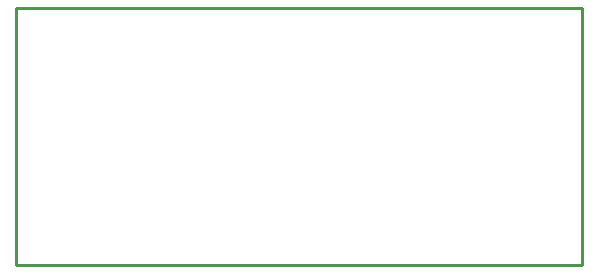
<source format=gko>
%FSTAX23Y23*%
%MOIN*%
%SFA1B1*%

%IPPOS*%
%ADD11C,0.010000*%
%LNpcb_sensores-1*%
%LPD*%
G54D11*
X03621Y03844D02*
X05508D01*
X03621D02*
Y03919D01*
Y047*
X05508Y03844D02*
Y047D01*
X03621D02*
X05508D01*
M02*
</source>
